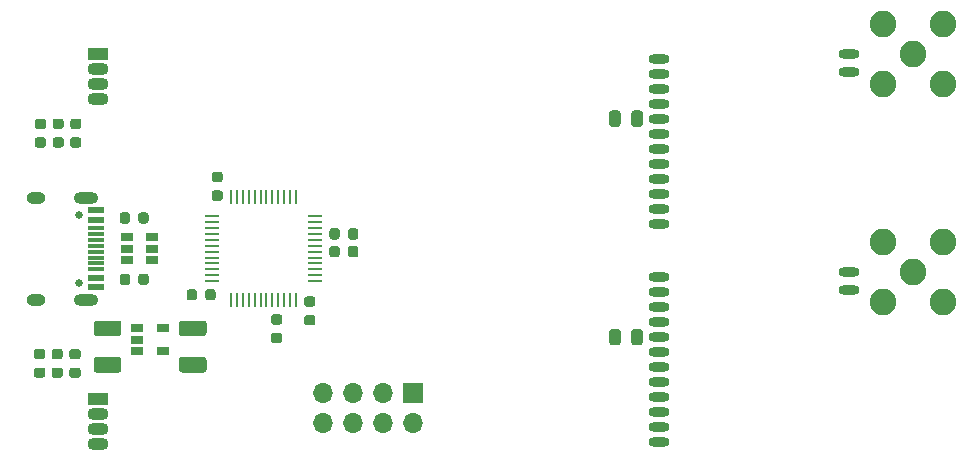
<source format=gbr>
G04 #@! TF.GenerationSoftware,KiCad,Pcbnew,5.1.8-db9833491~87~ubuntu20.04.1*
G04 #@! TF.CreationDate,2020-11-19T09:14:22+01:00*
G04 #@! TF.ProjectId,garfield,67617266-6965-46c6-942e-6b696361645f,v1.0*
G04 #@! TF.SameCoordinates,Original*
G04 #@! TF.FileFunction,Soldermask,Top*
G04 #@! TF.FilePolarity,Negative*
%FSLAX46Y46*%
G04 Gerber Fmt 4.6, Leading zero omitted, Abs format (unit mm)*
G04 Created by KiCad (PCBNEW 5.1.8-db9833491~87~ubuntu20.04.1) date 2020-11-19 09:14:22*
%MOMM*%
%LPD*%
G01*
G04 APERTURE LIST*
%ADD10R,1.300000X0.250000*%
%ADD11R,0.250000X1.300000*%
%ADD12R,1.060000X0.650000*%
%ADD13O,1.800000X1.070000*%
%ADD14R,1.800000X1.070000*%
%ADD15R,1.700000X1.700000*%
%ADD16O,1.700000X1.700000*%
%ADD17C,2.250000*%
%ADD18R,1.450000X0.600000*%
%ADD19R,1.450000X0.300000*%
%ADD20O,2.100000X1.000000*%
%ADD21C,0.650000*%
%ADD22O,1.600000X1.000000*%
%ADD23O,1.800000X0.800000*%
G04 APERTURE END LIST*
D10*
X145350000Y-116250000D03*
X145350000Y-115750000D03*
X145350000Y-115250000D03*
X145350000Y-114750000D03*
X145350000Y-114250000D03*
X145350000Y-113750000D03*
X145350000Y-113250000D03*
X145350000Y-112750000D03*
X145350000Y-112250000D03*
X145350000Y-111750000D03*
X145350000Y-111250000D03*
X145350000Y-110750000D03*
D11*
X143750000Y-109150000D03*
X143250000Y-109150000D03*
X142750000Y-109150000D03*
X142250000Y-109150000D03*
X141750000Y-109150000D03*
X141250000Y-109150000D03*
X140750000Y-109150000D03*
X140250000Y-109150000D03*
X139750000Y-109150000D03*
X139250000Y-109150000D03*
X138750000Y-109150000D03*
X138250000Y-109150000D03*
D10*
X136650000Y-110750000D03*
X136650000Y-111250000D03*
X136650000Y-111750000D03*
X136650000Y-112250000D03*
X136650000Y-112750000D03*
X136650000Y-113250000D03*
X136650000Y-113750000D03*
X136650000Y-114250000D03*
X136650000Y-114750000D03*
X136650000Y-115250000D03*
X136650000Y-115750000D03*
X136650000Y-116250000D03*
D11*
X138250000Y-117850000D03*
X138750000Y-117850000D03*
X139250000Y-117850000D03*
X139750000Y-117850000D03*
X140250000Y-117850000D03*
X140750000Y-117850000D03*
X141250000Y-117850000D03*
X141750000Y-117850000D03*
X142250000Y-117850000D03*
X142750000Y-117850000D03*
X143250000Y-117850000D03*
X143750000Y-117850000D03*
G36*
G01*
X131275000Y-110643750D02*
X131275000Y-111156250D01*
G75*
G02*
X131056250Y-111375000I-218750J0D01*
G01*
X130618750Y-111375000D01*
G75*
G02*
X130400000Y-111156250I0J218750D01*
G01*
X130400000Y-110643750D01*
G75*
G02*
X130618750Y-110425000I218750J0D01*
G01*
X131056250Y-110425000D01*
G75*
G02*
X131275000Y-110643750I0J-218750D01*
G01*
G37*
G36*
G01*
X129700000Y-110643750D02*
X129700000Y-111156250D01*
G75*
G02*
X129481250Y-111375000I-218750J0D01*
G01*
X129043750Y-111375000D01*
G75*
G02*
X128825000Y-111156250I0J218750D01*
G01*
X128825000Y-110643750D01*
G75*
G02*
X129043750Y-110425000I218750J0D01*
G01*
X129481250Y-110425000D01*
G75*
G02*
X129700000Y-110643750I0J-218750D01*
G01*
G37*
G36*
G01*
X126874999Y-122665000D02*
X128725001Y-122665000D01*
G75*
G02*
X128975000Y-122914999I0J-249999D01*
G01*
X128975000Y-123740001D01*
G75*
G02*
X128725001Y-123990000I-249999J0D01*
G01*
X126874999Y-123990000D01*
G75*
G02*
X126625000Y-123740001I0J249999D01*
G01*
X126625000Y-122914999D01*
G75*
G02*
X126874999Y-122665000I249999J0D01*
G01*
G37*
G36*
G01*
X126874999Y-119590000D02*
X128725001Y-119590000D01*
G75*
G02*
X128975000Y-119839999I0J-249999D01*
G01*
X128975000Y-120665001D01*
G75*
G02*
X128725001Y-120915000I-249999J0D01*
G01*
X126874999Y-120915000D01*
G75*
G02*
X126625000Y-120665001I0J249999D01*
G01*
X126625000Y-119839999D01*
G75*
G02*
X126874999Y-119590000I249999J0D01*
G01*
G37*
G36*
G01*
X134074999Y-119587500D02*
X135925001Y-119587500D01*
G75*
G02*
X136175000Y-119837499I0J-249999D01*
G01*
X136175000Y-120662501D01*
G75*
G02*
X135925001Y-120912500I-249999J0D01*
G01*
X134074999Y-120912500D01*
G75*
G02*
X133825000Y-120662501I0J249999D01*
G01*
X133825000Y-119837499D01*
G75*
G02*
X134074999Y-119587500I249999J0D01*
G01*
G37*
G36*
G01*
X134074999Y-122662500D02*
X135925001Y-122662500D01*
G75*
G02*
X136175000Y-122912499I0J-249999D01*
G01*
X136175000Y-123737501D01*
G75*
G02*
X135925001Y-123987500I-249999J0D01*
G01*
X134074999Y-123987500D01*
G75*
G02*
X133825000Y-123737501I0J249999D01*
G01*
X133825000Y-122912499D01*
G75*
G02*
X134074999Y-122662500I249999J0D01*
G01*
G37*
G36*
G01*
X135370000Y-117153750D02*
X135370000Y-117666250D01*
G75*
G02*
X135151250Y-117885000I-218750J0D01*
G01*
X134713750Y-117885000D01*
G75*
G02*
X134495000Y-117666250I0J218750D01*
G01*
X134495000Y-117153750D01*
G75*
G02*
X134713750Y-116935000I218750J0D01*
G01*
X135151250Y-116935000D01*
G75*
G02*
X135370000Y-117153750I0J-218750D01*
G01*
G37*
G36*
G01*
X136945000Y-117153750D02*
X136945000Y-117666250D01*
G75*
G02*
X136726250Y-117885000I-218750J0D01*
G01*
X136288750Y-117885000D01*
G75*
G02*
X136070000Y-117666250I0J218750D01*
G01*
X136070000Y-117153750D01*
G75*
G02*
X136288750Y-116935000I218750J0D01*
G01*
X136726250Y-116935000D01*
G75*
G02*
X136945000Y-117153750I0J-218750D01*
G01*
G37*
G36*
G01*
X144653750Y-117545000D02*
X145166250Y-117545000D01*
G75*
G02*
X145385000Y-117763750I0J-218750D01*
G01*
X145385000Y-118201250D01*
G75*
G02*
X145166250Y-118420000I-218750J0D01*
G01*
X144653750Y-118420000D01*
G75*
G02*
X144435000Y-118201250I0J218750D01*
G01*
X144435000Y-117763750D01*
G75*
G02*
X144653750Y-117545000I218750J0D01*
G01*
G37*
G36*
G01*
X144653750Y-119120000D02*
X145166250Y-119120000D01*
G75*
G02*
X145385000Y-119338750I0J-218750D01*
G01*
X145385000Y-119776250D01*
G75*
G02*
X145166250Y-119995000I-218750J0D01*
G01*
X144653750Y-119995000D01*
G75*
G02*
X144435000Y-119776250I0J218750D01*
G01*
X144435000Y-119338750D01*
G75*
G02*
X144653750Y-119120000I218750J0D01*
G01*
G37*
G36*
G01*
X137336250Y-107870000D02*
X136823750Y-107870000D01*
G75*
G02*
X136605000Y-107651250I0J218750D01*
G01*
X136605000Y-107213750D01*
G75*
G02*
X136823750Y-106995000I218750J0D01*
G01*
X137336250Y-106995000D01*
G75*
G02*
X137555000Y-107213750I0J-218750D01*
G01*
X137555000Y-107651250D01*
G75*
G02*
X137336250Y-107870000I-218750J0D01*
G01*
G37*
G36*
G01*
X137336250Y-109445000D02*
X136823750Y-109445000D01*
G75*
G02*
X136605000Y-109226250I0J218750D01*
G01*
X136605000Y-108788750D01*
G75*
G02*
X136823750Y-108570000I218750J0D01*
G01*
X137336250Y-108570000D01*
G75*
G02*
X137555000Y-108788750I0J-218750D01*
G01*
X137555000Y-109226250D01*
G75*
G02*
X137336250Y-109445000I-218750J0D01*
G01*
G37*
G36*
G01*
X146575000Y-112506250D02*
X146575000Y-111993750D01*
G75*
G02*
X146793750Y-111775000I218750J0D01*
G01*
X147231250Y-111775000D01*
G75*
G02*
X147450000Y-111993750I0J-218750D01*
G01*
X147450000Y-112506250D01*
G75*
G02*
X147231250Y-112725000I-218750J0D01*
G01*
X146793750Y-112725000D01*
G75*
G02*
X146575000Y-112506250I0J218750D01*
G01*
G37*
G36*
G01*
X148150000Y-112506250D02*
X148150000Y-111993750D01*
G75*
G02*
X148368750Y-111775000I218750J0D01*
G01*
X148806250Y-111775000D01*
G75*
G02*
X149025000Y-111993750I0J-218750D01*
G01*
X149025000Y-112506250D01*
G75*
G02*
X148806250Y-112725000I-218750J0D01*
G01*
X148368750Y-112725000D01*
G75*
G02*
X148150000Y-112506250I0J218750D01*
G01*
G37*
G36*
G01*
X146575000Y-114006250D02*
X146575000Y-113493750D01*
G75*
G02*
X146793750Y-113275000I218750J0D01*
G01*
X147231250Y-113275000D01*
G75*
G02*
X147450000Y-113493750I0J-218750D01*
G01*
X147450000Y-114006250D01*
G75*
G02*
X147231250Y-114225000I-218750J0D01*
G01*
X146793750Y-114225000D01*
G75*
G02*
X146575000Y-114006250I0J218750D01*
G01*
G37*
G36*
G01*
X148150000Y-114006250D02*
X148150000Y-113493750D01*
G75*
G02*
X148368750Y-113275000I218750J0D01*
G01*
X148806250Y-113275000D01*
G75*
G02*
X149025000Y-113493750I0J-218750D01*
G01*
X149025000Y-114006250D01*
G75*
G02*
X148806250Y-114225000I-218750J0D01*
G01*
X148368750Y-114225000D01*
G75*
G02*
X148150000Y-114006250I0J218750D01*
G01*
G37*
G36*
G01*
X129700000Y-115843750D02*
X129700000Y-116356250D01*
G75*
G02*
X129481250Y-116575000I-218750J0D01*
G01*
X129043750Y-116575000D01*
G75*
G02*
X128825000Y-116356250I0J218750D01*
G01*
X128825000Y-115843750D01*
G75*
G02*
X129043750Y-115625000I218750J0D01*
G01*
X129481250Y-115625000D01*
G75*
G02*
X129700000Y-115843750I0J-218750D01*
G01*
G37*
G36*
G01*
X131275000Y-115843750D02*
X131275000Y-116356250D01*
G75*
G02*
X131056250Y-116575000I-218750J0D01*
G01*
X130618750Y-116575000D01*
G75*
G02*
X130400000Y-116356250I0J218750D01*
G01*
X130400000Y-115843750D01*
G75*
G02*
X130618750Y-115625000I218750J0D01*
G01*
X131056250Y-115625000D01*
G75*
G02*
X131275000Y-115843750I0J-218750D01*
G01*
G37*
G36*
G01*
X141853750Y-119055000D02*
X142366250Y-119055000D01*
G75*
G02*
X142585000Y-119273750I0J-218750D01*
G01*
X142585000Y-119711250D01*
G75*
G02*
X142366250Y-119930000I-218750J0D01*
G01*
X141853750Y-119930000D01*
G75*
G02*
X141635000Y-119711250I0J218750D01*
G01*
X141635000Y-119273750D01*
G75*
G02*
X141853750Y-119055000I218750J0D01*
G01*
G37*
G36*
G01*
X141853750Y-120630000D02*
X142366250Y-120630000D01*
G75*
G02*
X142585000Y-120848750I0J-218750D01*
G01*
X142585000Y-121286250D01*
G75*
G02*
X142366250Y-121505000I-218750J0D01*
G01*
X141853750Y-121505000D01*
G75*
G02*
X141635000Y-121286250I0J218750D01*
G01*
X141635000Y-120848750D01*
G75*
G02*
X141853750Y-120630000I218750J0D01*
G01*
G37*
G36*
G01*
X122366250Y-104945000D02*
X121853750Y-104945000D01*
G75*
G02*
X121635000Y-104726250I0J218750D01*
G01*
X121635000Y-104288750D01*
G75*
G02*
X121853750Y-104070000I218750J0D01*
G01*
X122366250Y-104070000D01*
G75*
G02*
X122585000Y-104288750I0J-218750D01*
G01*
X122585000Y-104726250D01*
G75*
G02*
X122366250Y-104945000I-218750J0D01*
G01*
G37*
G36*
G01*
X122366250Y-103370000D02*
X121853750Y-103370000D01*
G75*
G02*
X121635000Y-103151250I0J218750D01*
G01*
X121635000Y-102713750D01*
G75*
G02*
X121853750Y-102495000I218750J0D01*
G01*
X122366250Y-102495000D01*
G75*
G02*
X122585000Y-102713750I0J-218750D01*
G01*
X122585000Y-103151250D01*
G75*
G02*
X122366250Y-103370000I-218750J0D01*
G01*
G37*
G36*
G01*
X123866250Y-103370000D02*
X123353750Y-103370000D01*
G75*
G02*
X123135000Y-103151250I0J218750D01*
G01*
X123135000Y-102713750D01*
G75*
G02*
X123353750Y-102495000I218750J0D01*
G01*
X123866250Y-102495000D01*
G75*
G02*
X124085000Y-102713750I0J-218750D01*
G01*
X124085000Y-103151250D01*
G75*
G02*
X123866250Y-103370000I-218750J0D01*
G01*
G37*
G36*
G01*
X123866250Y-104945000D02*
X123353750Y-104945000D01*
G75*
G02*
X123135000Y-104726250I0J218750D01*
G01*
X123135000Y-104288750D01*
G75*
G02*
X123353750Y-104070000I218750J0D01*
G01*
X123866250Y-104070000D01*
G75*
G02*
X124085000Y-104288750I0J-218750D01*
G01*
X124085000Y-104726250D01*
G75*
G02*
X123866250Y-104945000I-218750J0D01*
G01*
G37*
G36*
G01*
X125366250Y-104945000D02*
X124853750Y-104945000D01*
G75*
G02*
X124635000Y-104726250I0J218750D01*
G01*
X124635000Y-104288750D01*
G75*
G02*
X124853750Y-104070000I218750J0D01*
G01*
X125366250Y-104070000D01*
G75*
G02*
X125585000Y-104288750I0J-218750D01*
G01*
X125585000Y-104726250D01*
G75*
G02*
X125366250Y-104945000I-218750J0D01*
G01*
G37*
G36*
G01*
X125366250Y-103370000D02*
X124853750Y-103370000D01*
G75*
G02*
X124635000Y-103151250I0J218750D01*
G01*
X124635000Y-102713750D01*
G75*
G02*
X124853750Y-102495000I218750J0D01*
G01*
X125366250Y-102495000D01*
G75*
G02*
X125585000Y-102713750I0J-218750D01*
G01*
X125585000Y-103151250D01*
G75*
G02*
X125366250Y-103370000I-218750J0D01*
G01*
G37*
G36*
G01*
X124783750Y-123560000D02*
X125296250Y-123560000D01*
G75*
G02*
X125515000Y-123778750I0J-218750D01*
G01*
X125515000Y-124216250D01*
G75*
G02*
X125296250Y-124435000I-218750J0D01*
G01*
X124783750Y-124435000D01*
G75*
G02*
X124565000Y-124216250I0J218750D01*
G01*
X124565000Y-123778750D01*
G75*
G02*
X124783750Y-123560000I218750J0D01*
G01*
G37*
G36*
G01*
X124783750Y-121985000D02*
X125296250Y-121985000D01*
G75*
G02*
X125515000Y-122203750I0J-218750D01*
G01*
X125515000Y-122641250D01*
G75*
G02*
X125296250Y-122860000I-218750J0D01*
G01*
X124783750Y-122860000D01*
G75*
G02*
X124565000Y-122641250I0J218750D01*
G01*
X124565000Y-122203750D01*
G75*
G02*
X124783750Y-121985000I218750J0D01*
G01*
G37*
D12*
X130300000Y-120250000D03*
X130300000Y-121200000D03*
X130300000Y-122150000D03*
X132500000Y-122150000D03*
X132500000Y-120250000D03*
X131600000Y-114450000D03*
X131600000Y-113500000D03*
X131600000Y-112550000D03*
X129400000Y-112550000D03*
X129400000Y-114450000D03*
X129400000Y-113500000D03*
D13*
X127000000Y-100810000D03*
X127000000Y-99540000D03*
X127000000Y-98270000D03*
D14*
X127000000Y-97000000D03*
X127000000Y-126200000D03*
D13*
X127000000Y-127470000D03*
X127000000Y-128740000D03*
X127000000Y-130010000D03*
G36*
G01*
X123273750Y-121985000D02*
X123786250Y-121985000D01*
G75*
G02*
X124005000Y-122203750I0J-218750D01*
G01*
X124005000Y-122641250D01*
G75*
G02*
X123786250Y-122860000I-218750J0D01*
G01*
X123273750Y-122860000D01*
G75*
G02*
X123055000Y-122641250I0J218750D01*
G01*
X123055000Y-122203750D01*
G75*
G02*
X123273750Y-121985000I218750J0D01*
G01*
G37*
G36*
G01*
X123273750Y-123560000D02*
X123786250Y-123560000D01*
G75*
G02*
X124005000Y-123778750I0J-218750D01*
G01*
X124005000Y-124216250D01*
G75*
G02*
X123786250Y-124435000I-218750J0D01*
G01*
X123273750Y-124435000D01*
G75*
G02*
X123055000Y-124216250I0J218750D01*
G01*
X123055000Y-123778750D01*
G75*
G02*
X123273750Y-123560000I218750J0D01*
G01*
G37*
G36*
G01*
X121783750Y-123560000D02*
X122296250Y-123560000D01*
G75*
G02*
X122515000Y-123778750I0J-218750D01*
G01*
X122515000Y-124216250D01*
G75*
G02*
X122296250Y-124435000I-218750J0D01*
G01*
X121783750Y-124435000D01*
G75*
G02*
X121565000Y-124216250I0J218750D01*
G01*
X121565000Y-123778750D01*
G75*
G02*
X121783750Y-123560000I218750J0D01*
G01*
G37*
G36*
G01*
X121783750Y-121985000D02*
X122296250Y-121985000D01*
G75*
G02*
X122515000Y-122203750I0J-218750D01*
G01*
X122515000Y-122641250D01*
G75*
G02*
X122296250Y-122860000I-218750J0D01*
G01*
X121783750Y-122860000D01*
G75*
G02*
X121565000Y-122641250I0J218750D01*
G01*
X121565000Y-122203750D01*
G75*
G02*
X121783750Y-121985000I218750J0D01*
G01*
G37*
G36*
G01*
X173115000Y-102033750D02*
X173115000Y-102946250D01*
G75*
G02*
X172871250Y-103190000I-243750J0D01*
G01*
X172383750Y-103190000D01*
G75*
G02*
X172140000Y-102946250I0J243750D01*
G01*
X172140000Y-102033750D01*
G75*
G02*
X172383750Y-101790000I243750J0D01*
G01*
X172871250Y-101790000D01*
G75*
G02*
X173115000Y-102033750I0J-243750D01*
G01*
G37*
G36*
G01*
X171240000Y-102033750D02*
X171240000Y-102946250D01*
G75*
G02*
X170996250Y-103190000I-243750J0D01*
G01*
X170508750Y-103190000D01*
G75*
G02*
X170265000Y-102946250I0J243750D01*
G01*
X170265000Y-102033750D01*
G75*
G02*
X170508750Y-101790000I243750J0D01*
G01*
X170996250Y-101790000D01*
G75*
G02*
X171240000Y-102033750I0J-243750D01*
G01*
G37*
G36*
G01*
X171240000Y-120533750D02*
X171240000Y-121446250D01*
G75*
G02*
X170996250Y-121690000I-243750J0D01*
G01*
X170508750Y-121690000D01*
G75*
G02*
X170265000Y-121446250I0J243750D01*
G01*
X170265000Y-120533750D01*
G75*
G02*
X170508750Y-120290000I243750J0D01*
G01*
X170996250Y-120290000D01*
G75*
G02*
X171240000Y-120533750I0J-243750D01*
G01*
G37*
G36*
G01*
X173115000Y-120533750D02*
X173115000Y-121446250D01*
G75*
G02*
X172871250Y-121690000I-243750J0D01*
G01*
X172383750Y-121690000D01*
G75*
G02*
X172140000Y-121446250I0J243750D01*
G01*
X172140000Y-120533750D01*
G75*
G02*
X172383750Y-120290000I243750J0D01*
G01*
X172871250Y-120290000D01*
G75*
G02*
X173115000Y-120533750I0J-243750D01*
G01*
G37*
D15*
X153670000Y-125730000D03*
D16*
X153670000Y-128270000D03*
X151130000Y-125730000D03*
X151130000Y-128270000D03*
X148590000Y-125730000D03*
X148590000Y-128270000D03*
X146050000Y-125730000D03*
X146050000Y-128270000D03*
D17*
X196000000Y-97000000D03*
X193460000Y-99540000D03*
X198540000Y-99540000D03*
X198540000Y-94460000D03*
X193460000Y-94460000D03*
X193460000Y-112960000D03*
X198540000Y-112960000D03*
X198540000Y-118040000D03*
X193460000Y-118040000D03*
X196000000Y-115500000D03*
D18*
X126845000Y-116750000D03*
X126845000Y-115950000D03*
X126845000Y-111050000D03*
X126845000Y-110250000D03*
X126845000Y-110250000D03*
X126845000Y-111050000D03*
X126845000Y-115950000D03*
X126845000Y-116750000D03*
D19*
X126845000Y-111750000D03*
X126845000Y-112250000D03*
X126845000Y-112750000D03*
X126845000Y-113750000D03*
X126845000Y-114250000D03*
X126845000Y-114750000D03*
X126845000Y-115250000D03*
X126845000Y-113250000D03*
D20*
X125930000Y-117820000D03*
X125930000Y-109180000D03*
D21*
X125400000Y-110610000D03*
D22*
X121750000Y-109180000D03*
D21*
X125400000Y-116390000D03*
D22*
X121750000Y-117820000D03*
D23*
X190550000Y-98500000D03*
X190550000Y-97000000D03*
X174450000Y-111375000D03*
X174450000Y-110105000D03*
X174450000Y-108835000D03*
X174450000Y-107565000D03*
X174450000Y-106295000D03*
X174450000Y-105025000D03*
X174450000Y-103755000D03*
X174450000Y-102485000D03*
X174450000Y-101215000D03*
X174450000Y-99945000D03*
X174450000Y-98675000D03*
X174450000Y-97405000D03*
X174450000Y-115905000D03*
X174450000Y-117175000D03*
X174450000Y-118445000D03*
X174450000Y-119715000D03*
X174450000Y-120985000D03*
X174450000Y-122255000D03*
X174450000Y-123525000D03*
X174450000Y-124795000D03*
X174450000Y-126065000D03*
X174450000Y-127335000D03*
X174450000Y-128605000D03*
X174450000Y-129875000D03*
X190550000Y-115500000D03*
X190550000Y-117000000D03*
M02*

</source>
